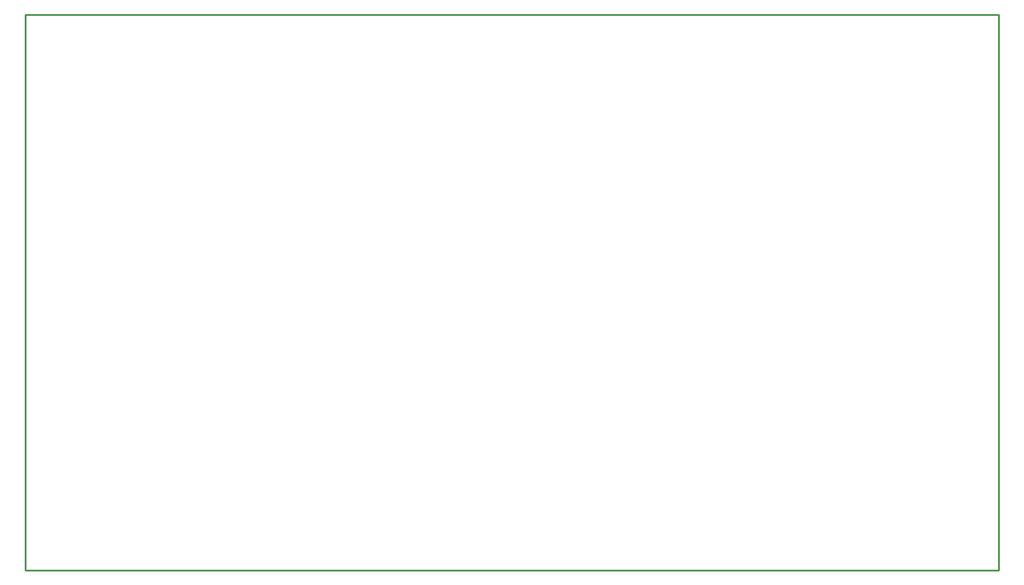
<source format=gbr>
G75*
%MOIN*%
%OFA0B0*%
%FSLAX25Y25*%
%IPPOS*%
%LPD*%
%AMOC8*
5,1,8,0,0,1.08239X$1,22.5*
%
%ADD10C,0.01000*%
D10*
X0032280Y0007437D02*
X0032280Y0322398D01*
X0583461Y0322398D01*
X0583461Y0007437D01*
X0032280Y0007437D01*
M02*

</source>
